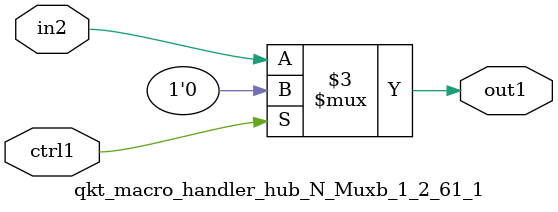
<source format=v>

`timescale 1ps / 1ps


module qkt_macro_handler_hub_N_Muxb_1_2_61_1( in2, ctrl1, out1 );

    input in2;
    input ctrl1;
    output out1;
    reg out1;

    
    // rtl_process:qkt_macro_handler_hub_N_Muxb_1_2_61_1/qkt_macro_handler_hub_N_Muxb_1_2_61_1_thread_1
    always @*
      begin : qkt_macro_handler_hub_N_Muxb_1_2_61_1_thread_1
        case (ctrl1) 
          1'b1: 
            begin
              out1 = 1'b0;
            end
          default: 
            begin
              out1 = in2;
            end
        endcase
      end

endmodule



</source>
